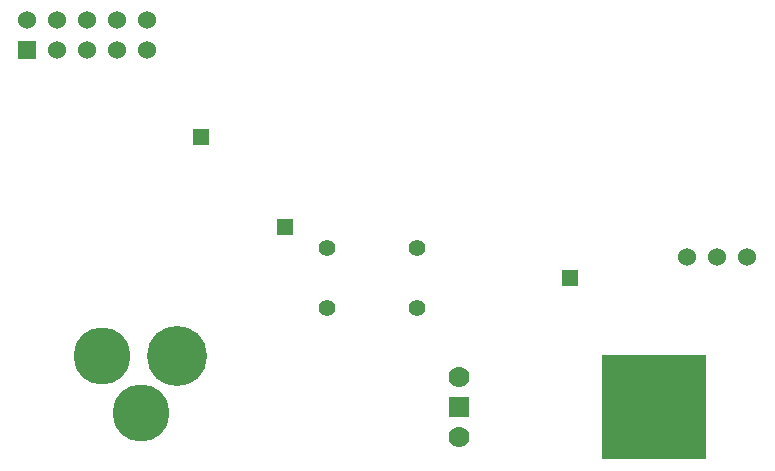
<source format=gbl>
G04 (created by PCBNEW-RS274X (2011-07-20 BZR 3052)-stable) date Sat 10 Sep 2011 12:05:51 AM CEST*
G01*
G70*
G90*
%MOIN*%
G04 Gerber Fmt 3.4, Leading zero omitted, Abs format*
%FSLAX34Y34*%
G04 APERTURE LIST*
%ADD10C,0.006000*%
%ADD11C,0.060000*%
%ADD12C,0.055000*%
%ADD13R,0.055000X0.055000*%
%ADD14R,0.350000X0.350000*%
%ADD15C,0.070000*%
%ADD16R,0.070000X0.070000*%
%ADD17R,0.060000X0.060000*%
%ADD18C,0.190000*%
%ADD19C,0.200000*%
G04 APERTURE END LIST*
G54D10*
G54D11*
X56300Y-27300D03*
X57300Y-27300D03*
X58300Y-27300D03*
G54D12*
X47300Y-27000D03*
X47300Y-29000D03*
X44300Y-27000D03*
X44300Y-29000D03*
G54D13*
X52400Y-28000D03*
X42900Y-26300D03*
X40100Y-23300D03*
G54D14*
X55200Y-32300D03*
G54D15*
X48700Y-31300D03*
G54D16*
X48700Y-32300D03*
G54D15*
X48700Y-33300D03*
G54D17*
X34300Y-20400D03*
G54D11*
X34300Y-19400D03*
X35300Y-20400D03*
X35300Y-19400D03*
X36300Y-20400D03*
X36300Y-19400D03*
X37300Y-20400D03*
X37300Y-19400D03*
X38300Y-20400D03*
X38300Y-19400D03*
G54D18*
X38100Y-32500D03*
X36800Y-30600D03*
G54D19*
X39300Y-30600D03*
M02*

</source>
